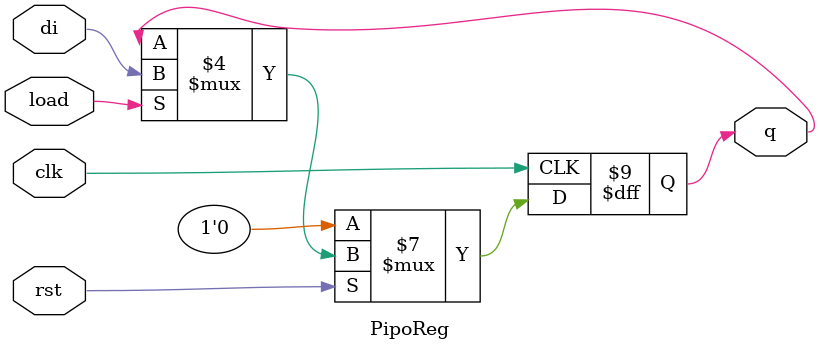
<source format=v>
module PipoReg #(parameter N=1)(
	input wire clk,
	input wire rst,
	input wire load,
	input wire [N-1:0] di,
	output reg [N-1:0] q
);
	
	always @(posedge clk)
	begin
		if(!rst)
			q <= 0;
		else
			if(load)
				q <= di;
			else
				q <= q;
	end
endmodule

</source>
